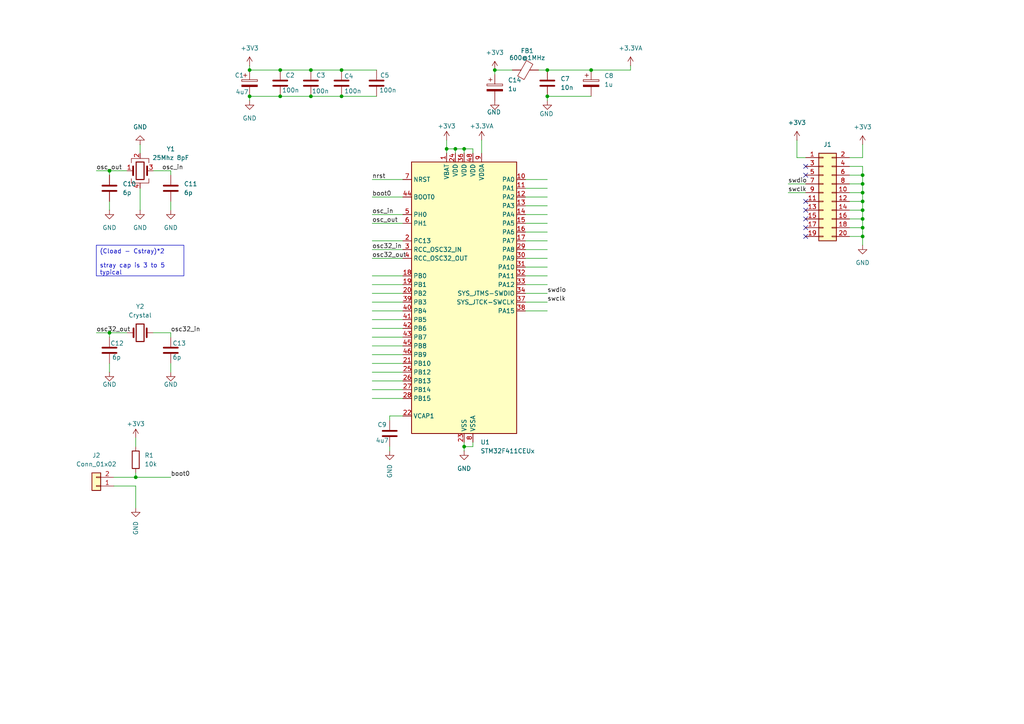
<source format=kicad_sch>
(kicad_sch (version 20231120) (generator "eeschema") (generator_version "8.0")
  (paper "A4")
  (lib_symbols
    (symbol "Connector_Generic:Conn_01x02" (pin_names (offset 1.016) hide)
      (property "Reference" "J" (at 0 2.54 0))
      (property "Value" "Conn_01x02" (at 0 -5.08 0))
      (symbol "Conn_01x02_1_1"
        (rectangle (start -1.27 -2.413) (end 0 -2.667) (stroke (width 0.1524)))
        (rectangle (start -1.27 0.127) (end 0 -0.127) (stroke (width 0.1524)))
        (rectangle (start -1.27 1.27) (end 1.27 -3.81) (stroke (width 0.254)) (fill (type background)))
        (pin passive line (at -5.08 0 0) (length 3.81) (name "Pin_1") (number "1"))
        (pin passive line (at -5.08 -2.54 0) (length 3.81) (name "Pin_2") (number "2"))
      )
    )
    (symbol "Connector_Generic:Conn_02x10_Odd_Even" (pin_names (offset 1.016) hide)
      (property "Reference" "J" (at 1.27 12.7 0))
      (property "Value" "Conn_02x10_Odd_Even" (at 1.27 -15.24 0))
      (symbol "Conn_02x10_Odd_Even_1_1"
        (rectangle (start -1.27 -12.573) (end 0 -12.827) (stroke (width 0.1524)))
        (rectangle (start -1.27 -10.033) (end 0 -10.287) (stroke (width 0.1524)))
        (rectangle (start -1.27 -7.493) (end 0 -7.747) (stroke (width 0.1524)))
        (rectangle (start -1.27 -4.953) (end 0 -5.207) (stroke (width 0.1524)))
        (rectangle (start -1.27 -2.413) (end 0 -2.667) (stroke (width 0.1524)))
        (rectangle (start -1.27 0.127) (end 0 -0.127) (stroke (width 0.1524)))
        (rectangle (start -1.27 2.667) (end 0 2.413) (stroke (width 0.1524)))
        (rectangle (start -1.27 5.207) (end 0 4.953) (stroke (width 0.1524)))
        (rectangle (start -1.27 7.747) (end 0 7.493) (stroke (width 0.1524)))
        (rectangle (start -1.27 10.287) (end 0 10.033) (stroke (width 0.1524)))
        (rectangle (start -1.27 11.43) (end 3.81 -13.97) (stroke (width 0.254)) (fill (type background)))
        (rectangle (start 3.81 -12.573) (end 2.54 -12.827) (stroke (width 0.1524)))
        (rectangle (start 3.81 -10.033) (end 2.54 -10.287) (stroke (width 0.1524)))
        (rectangle (start 3.81 -7.493) (end 2.54 -7.747) (stroke (width 0.1524)))
        (rectangle (start 3.81 -4.953) (end 2.54 -5.207) (stroke (width 0.1524)))
        (rectangle (start 3.81 -2.413) (end 2.54 -2.667) (stroke (width 0.1524)))
        (rectangle (start 3.81 0.127) (end 2.54 -0.127) (stroke (width 0.1524)))
        (rectangle (start 3.81 2.667) (end 2.54 2.413) (stroke (width 0.1524)))
        (rectangle (start 3.81 5.207) (end 2.54 4.953) (stroke (width 0.1524)))
        (rectangle (start 3.81 7.747) (end 2.54 7.493) (stroke (width 0.1524)))
        (rectangle (start 3.81 10.287) (end 2.54 10.033) (stroke (width 0.1524)))
        (pin passive line (at -5.08 10.16 0) (length 3.81) (name "Pin_1") (number "1"))
        (pin passive line (at 7.62 0 180) (length 3.81) (name "Pin_10") (number "10"))
        (pin passive line (at -5.08 -2.54 0) (length 3.81) (name "Pin_11") (number "11"))
        (pin passive line (at 7.62 -2.54 180) (length 3.81) (name "Pin_12") (number "12"))
        (pin passive line (at -5.08 -5.08 0) (length 3.81) (name "Pin_13") (number "13"))
        (pin passive line (at 7.62 -5.08 180) (length 3.81) (name "Pin_14") (number "14"))
        (pin passive line (at -5.08 -7.62 0) (length 3.81) (name "Pin_15") (number "15"))
        (pin passive line (at 7.62 -7.62 180) (length 3.81) (name "Pin_16") (number "16"))
        (pin passive line (at -5.08 -10.16 0) (length 3.81) (name "Pin_17") (number "17"))
        (pin passive line (at 7.62 -10.16 180) (length 3.81) (name "Pin_18") (number "18"))
        (pin passive line (at -5.08 -12.7 0) (length 3.81) (name "Pin_19") (number "19"))
        (pin passive line (at 7.62 10.16 180) (length 3.81) (name "Pin_2") (number "2"))
        (pin passive line (at 7.62 -12.7 180) (length 3.81) (name "Pin_20") (number "20"))
        (pin passive line (at -5.08 7.62 0) (length 3.81) (name "Pin_3") (number "3"))
        (pin passive line (at 7.62 7.62 180) (length 3.81) (name "Pin_4") (number "4"))
        (pin passive line (at -5.08 5.08 0) (length 3.81) (name "Pin_5") (number "5"))
        (pin passive line (at 7.62 5.08 180) (length 3.81) (name "Pin_6") (number "6"))
        (pin passive line (at -5.08 2.54 0) (length 3.81) (name "Pin_7") (number "7"))
        (pin passive line (at 7.62 2.54 180) (length 3.81) (name "Pin_8") (number "8"))
        (pin passive line (at -5.08 0 0) (length 3.81) (name "Pin_9") (number "9"))
      )
    )
    (symbol "Device:C" (pin_numbers hide) (pin_names (offset 0.254))
      (property "Reference" "C" (at 0.635 2.54 0))
      (property "Value" "C" (at 0.635 -2.54 0))
      (symbol "C_0_1"
        (polyline (pts (xy -2.032 -0.762) (xy 2.032 -0.762)) (stroke (width 0.508)))
        (polyline (pts (xy -2.032 0.762) (xy 2.032 0.762)) (stroke (width 0.508)))
      )
      (symbol "C_1_1"
        (pin passive line (at 0 3.81 270) (length 2.794) (name "~") (number "1"))
        (pin passive line (at 0 -3.81 90) (length 2.794) (name "~") (number "2"))
      )
    )
    (symbol "Device:C_Polarized" (pin_numbers hide) (pin_names (offset 0.254))
      (property "Reference" "C" (at 0.635 2.54 0))
      (property "Value" "C_Polarized" (at 0.635 -2.54 0))
      (symbol "C_Polarized_0_1"
        (rectangle (start -2.286 0.508) (end 2.286 1.016))
        (polyline (pts (xy -1.778 2.286) (xy -0.762 2.286)))
        (polyline (pts (xy -1.27 2.794) (xy -1.27 1.778)))
        (rectangle (start 2.286 -0.508) (end -2.286 -1.016) (fill (type outline)))
      )
      (symbol "C_Polarized_1_1"
        (pin passive line (at 0 3.81 270) (length 2.794) (name "~") (number "1"))
        (pin passive line (at 0 -3.81 90) (length 2.794) (name "~") (number "2"))
      )
    )
    (symbol "Device:Crystal" (pin_numbers hide) (pin_names (offset 1.016) hide)
      (property "Reference" "Y" (at 0 3.81 0))
      (property "Value" "Crystal" (at 0 -3.81 0))
      (symbol "Crystal_0_1"
        (rectangle (start -1.143 2.54) (end 1.143 -2.54) (stroke (width 0.3048)))
        (polyline (pts (xy -2.54 0) (xy -1.905 0)))
        (polyline (pts (xy -1.905 -1.27) (xy -1.905 1.27)) (stroke (width 0.508)))
        (polyline (pts (xy 1.905 -1.27) (xy 1.905 1.27)) (stroke (width 0.508)))
        (polyline (pts (xy 2.54 0) (xy 1.905 0)))
      )
      (symbol "Crystal_1_1"
        (pin passive line (at -3.81 0 0) (length 1.27) (name "1") (number "1"))
        (pin passive line (at 3.81 0 180) (length 1.27) (name "2") (number "2"))
      )
    )
    (symbol "Device:Crystal_GND24" (pin_names (offset 1.016) hide)
      (property "Reference" "Y" (at 3.175 5.08 0))
      (property "Value" "Crystal_GND24" (at 3.175 3.175 0))
      (symbol "Crystal_GND24_0_1"
        (rectangle (start -1.143 2.54) (end 1.143 -2.54) (stroke (width 0.3048)))
        (polyline (pts (xy -2.54 0) (xy -2.032 0)))
        (polyline (pts (xy -2.032 -1.27) (xy -2.032 1.27)) (stroke (width 0.508)))
        (polyline (pts (xy 0 -3.81) (xy 0 -3.556)))
        (polyline (pts (xy 0 3.556) (xy 0 3.81)))
        (polyline (pts (xy 2.032 -1.27) (xy 2.032 1.27)) (stroke (width 0.508)))
        (polyline (pts (xy 2.032 0) (xy 2.54 0)))
        (polyline (pts (xy -2.54 -2.286) (xy -2.54 -3.556) (xy 2.54 -3.556) (xy 2.54 -2.286)))
        (polyline (pts (xy -2.54 2.286) (xy -2.54 3.556) (xy 2.54 3.556) (xy 2.54 2.286)))
      )
      (symbol "Crystal_GND24_1_1"
        (pin passive line (at -3.81 0 0) (length 1.27) (name "1") (number "1"))
        (pin passive line (at 0 5.08 270) (length 1.27) (name "2") (number "2"))
        (pin passive line (at 3.81 0 180) (length 1.27) (name "3") (number "3"))
        (pin passive line (at 0 -5.08 90) (length 1.27) (name "4") (number "4"))
      )
    )
    (symbol "Device:FerriteBead" (pin_numbers hide) (pin_names (offset 0))
      (property "Reference" "FB" (at -3.81 0.635 90))
      (property "Value" "FerriteBead" (at 3.81 0 90))
      (symbol "FerriteBead_0_1"
        (polyline (pts (xy 0 -1.27) (xy 0 -1.2192)))
        (polyline (pts (xy 0 1.27) (xy 0 1.2954)))
        (polyline (pts (xy -2.7686 0.4064) (xy -1.7018 2.2606) (xy 2.7686 -0.3048) (xy 1.6764 -2.159) (xy -2.7686 0.4064)))
      )
      (symbol "FerriteBead_1_1"
        (pin passive line (at 0 3.81 270) (length 2.54) (name "~") (number "1"))
        (pin passive line (at 0 -3.81 90) (length 2.54) (name "~") (number "2"))
      )
    )
    (symbol "Device:R" (pin_numbers hide) (pin_names (offset 0))
      (property "Reference" "R" (at 2.032 0 90))
      (property "Value" "R" (at 0 0 90))
      (symbol "R_0_1"
        (rectangle (start -1.016 -2.54) (end 1.016 2.54) (stroke (width 0.254)))
      )
      (symbol "R_1_1"
        (pin passive line (at 0 3.81 270) (length 1.27) (name "~") (number "1"))
        (pin passive line (at 0 -3.81 90) (length 1.27) (name "~") (number "2"))
      )
    )
    (symbol "MCU_ST_STM32F4:STM32F411CEUx"
      (property "Reference" "U" (at -15.24 41.91 0))
      (property "Value" "STM32F411CEUx" (at 7.62 41.91 0))
      (symbol "STM32F411CEUx_0_1"
        (rectangle (start -15.24 -38.1) (end 15.24 40.64) (stroke (width 0.254)) (fill (type background)))
      )
      (symbol "STM32F411CEUx_1_1"
        (pin power_in line (at -5.08 43.18 270) (length 2.54) (name "VBAT") (number "1"))
        (pin bidirectional line (at 17.78 35.56 180) (length 2.54) (name "PA0") (number "10"))
        (pin bidirectional line (at 17.78 33.02 180) (length 2.54) (name "PA1") (number "11"))
        (pin bidirectional line (at 17.78 30.48 180) (length 2.54) (name "PA2") (number "12"))
        (pin bidirectional line (at 17.78 27.94 180) (length 2.54) (name "PA3") (number "13"))
        (pin bidirectional line (at 17.78 25.4 180) (length 2.54) (name "PA4") (number "14"))
        (pin bidirectional line (at 17.78 22.86 180) (length 2.54) (name "PA5") (number "15"))
        (pin bidirectional line (at 17.78 20.32 180) (length 2.54) (name "PA6") (number "16"))
        (pin bidirectional line (at 17.78 17.78 180) (length 2.54) (name "PA7") (number "17"))
        (pin bidirectional line (at -17.78 7.62 0) (length 2.54) (name "PB0") (number "18"))
        (pin bidirectional line (at -17.78 5.08 0) (length 2.54) (name "PB1") (number "19"))
        (pin bidirectional line (at -17.78 17.78 0) (length 2.54) (name "PC13") (number "2"))
        (pin bidirectional line (at -17.78 2.54 0) (length 2.54) (name "PB2") (number "20"))
        (pin bidirectional line (at -17.78 -17.78 0) (length 2.54) (name "PB10") (number "21"))
        (pin power_out line (at -17.78 -33.02 0) (length 2.54) (name "VCAP1") (number "22"))
        (pin power_in line (at 0 -40.64 90) (length 2.54) (name "VSS") (number "23"))
        (pin power_in line (at -2.54 43.18 270) (length 2.54) (name "VDD") (number "24"))
        (pin bidirectional line (at -17.78 -20.32 0) (length 2.54) (name "PB12") (number "25"))
        (pin bidirectional line (at -17.78 -22.86 0) (length 2.54) (name "PB13") (number "26"))
        (pin bidirectional line (at -17.78 -25.4 0) (length 2.54) (name "PB14") (number "27"))
        (pin bidirectional line (at -17.78 -27.94 0) (length 2.54) (name "PB15") (number "28"))
        (pin bidirectional line (at 17.78 15.24 180) (length 2.54) (name "PA8") (number "29"))
        (pin bidirectional line (at -17.78 15.24 0) (length 2.54) (name "PC14") (number "3") (alternate "RCC_OSC32_IN" bidirectional line))
        (pin bidirectional line (at 17.78 12.7 180) (length 2.54) (name "PA9") (number "30"))
        (pin bidirectional line (at 17.78 10.16 180) (length 2.54) (name "PA10") (number "31"))
        (pin bidirectional line (at 17.78 7.62 180) (length 2.54) (name "PA11") (number "32"))
        (pin bidirectional line (at 17.78 5.08 180) (length 2.54) (name "PA12") (number "33"))
        (pin bidirectional line (at 17.78 2.54 180) (length 2.54) (name "PA13") (number "34") (alternate "SYS_JTMS-SWDIO" bidirectional line))
        (pin passive line (at 0 -40.64 90) (length 2.54) hide (name "VSS") (number "35"))
        (pin power_in line (at 0 43.18 270) (length 2.54) (name "VDD") (number "36"))
        (pin bidirectional line (at 17.78 0 180) (length 2.54) (name "PA14") (number "37") (alternate "SYS_JTCK-SWCLK" bidirectional line))
        (pin bidirectional line (at 17.78 -2.54 180) (length 2.54) (name "PA15") (number "38"))
        (pin bidirectional line (at -17.78 0 0) (length 2.54) (name "PB3") (number "39"))
        (pin bidirectional line (at -17.78 12.7 0) (length 2.54) (name "PC15") (number "4") (alternate "RCC_OSC32_OUT" bidirectional line))
        (pin bidirectional line (at -17.78 -2.54 0) (length 2.54) (name "PB4") (number "40"))
        (pin bidirectional line (at -17.78 -5.08 0) (length 2.54) (name "PB5") (number "41"))
        (pin bidirectional line (at -17.78 -7.62 0) (length 2.54) (name "PB6") (number "42"))
        (pin bidirectional line (at -17.78 -10.16 0) (length 2.54) (name "PB7") (number "43"))
        (pin input line (at -17.78 30.48 0) (length 2.54) (name "BOOT0") (number "44"))
        (pin bidirectional line (at -17.78 -12.7 0) (length 2.54) (name "PB8") (number "45"))
        (pin bidirectional line (at -17.78 -15.24 0) (length 2.54) (name "PB9") (number "46"))
        (pin passive line (at 0 -40.64 90) (length 2.54) hide (name "VSS") (number "47"))
        (pin power_in line (at 2.54 43.18 270) (length 2.54) (name "VDD") (number "48"))
        (pin passive line (at 0 -40.64 90) (length 2.54) hide (name "VSS") (number "49"))
        (pin bidirectional line (at -17.78 25.4 0) (length 2.54) (name "PH0") (number "5"))
        (pin bidirectional line (at -17.78 22.86 0) (length 2.54) (name "PH1") (number "6"))
        (pin input line (at -17.78 35.56 0) (length 2.54) (name "NRST") (number "7"))
        (pin power_in line (at 2.54 -40.64 90) (length 2.54) (name "VSSA") (number "8"))
        (pin power_in line (at 5.08 43.18 270) (length 2.54) (name "VDDA") (number "9"))
      )
    )
    (symbol "power:+3.3VA" (power) (pin_numbers hide) (pin_names (offset 0) hide)
      (property "Value" "+3.3VA" (at 0 3.556 0))
      (symbol "+3.3VA_0_1"
        (polyline (pts (xy -0.762 1.27) (xy 0 2.54)))
        (polyline (pts (xy 0 0) (xy 0 2.54)))
        (polyline (pts (xy 0 2.54) (xy 0.762 1.27)))
      )
      (symbol "+3.3VA_1_1"
        (pin power_in line (at 0 0 90) (length 0) (name "~") (number "1"))
      )
    )
    (symbol "power:+3V3" (power) (pin_numbers hide) (pin_names (offset 0) hide)
      (property "Value" "+3V3" (at 0 3.556 0))
      (symbol "+3V3_0_1"
        (polyline (pts (xy -0.762 1.27) (xy 0 2.54)))
        (polyline (pts (xy 0 0) (xy 0 2.54)))
        (polyline (pts (xy 0 2.54) (xy 0.762 1.27)))
      )
      (symbol "+3V3_1_1"
        (pin power_in line (at 0 0 90) (length 0) (name "~") (number "1"))
      )
    )
    (symbol "power:GND" (power) (pin_numbers hide) (pin_names (offset 0) hide)
      (property "Value" "GND" (at 0 -3.81 0))
      (symbol "GND_0_1"
        (polyline (pts (xy 0 0) (xy 0 -1.27) (xy 1.27 -1.27) (xy 0 -2.54) (xy -1.27 -1.27) (xy 0 -1.27)))
      )
      (symbol "GND_1_1"
        (pin power_in line (at 0 0 270) (length 0) (name "~") (number "1"))
      )
    )
  )
  (junction (at 250.19 53.34))
  (junction (at 132.08 43.18))
  (junction (at 31.75 49.53))
  (junction (at 72.39 27.94))
  (junction (at 99.06 27.94))
  (junction (at 250.19 66.04))
  (junction (at 134.62 129.54))
  (junction (at 31.75 96.52))
  (junction (at 99.06 20.32))
  (junction (at 90.17 27.94))
  (junction (at 250.19 55.88))
  (junction (at 72.39 20.32))
  (junction (at 171.45 20.32))
  (junction (at 90.17 20.32))
  (junction (at 250.19 68.58))
  (junction (at 81.28 20.32))
  (junction (at 250.19 63.5))
  (junction (at 158.75 20.32))
  (junction (at 81.28 27.94))
  (junction (at 129.54 43.18))
  (junction (at 134.62 43.18))
  (junction (at 250.19 58.42))
  (junction (at 250.19 50.8))
  (junction (at 39.37 138.43))
  (junction (at 158.75 27.94))
  (junction (at 250.19 60.96))
  (junction (at 143.51 20.32))
  (no_connect (at 233.68 48.26))
  (no_connect (at 233.68 50.8))
  (no_connect (at 233.68 58.42))
  (no_connect (at 233.68 63.5))
  (no_connect (at 233.68 60.96))
  (no_connect (at 233.68 68.58))
  (no_connect (at 233.68 66.04))
  (wire (pts (xy 107.95 113.03) (xy 116.84 113.03)))
  (wire (pts (xy 132.08 43.18) (xy 132.08 44.45)))
  (wire (pts (xy 134.62 43.18) (xy 137.16 43.18)))
  (wire (pts (xy 156.21 20.32) (xy 158.75 20.32)))
  (wire (pts (xy 246.38 66.04) (xy 250.19 66.04)))
  (wire (pts (xy 158.75 27.94) (xy 171.45 27.94)))
  (wire (pts (xy 246.38 68.58) (xy 250.19 68.58)))
  (wire (pts (xy 107.95 80.01) (xy 116.84 80.01)))
  (wire (pts (xy 129.54 43.18) (xy 132.08 43.18)))
  (wire (pts (xy 31.75 105.41) (xy 31.75 107.95)))
  (wire (pts (xy 152.4 64.77) (xy 158.75 64.77)))
  (wire (pts (xy 137.16 129.54) (xy 137.16 128.27)))
  (wire (pts (xy 246.38 55.88) (xy 250.19 55.88)))
  (wire (pts (xy 246.38 58.42) (xy 250.19 58.42)))
  (wire (pts (xy 107.95 102.87) (xy 116.84 102.87)))
  (wire (pts (xy 134.62 129.54) (xy 134.62 130.81)))
  (wire (pts (xy 246.38 48.26) (xy 250.19 48.26)))
  (wire (pts (xy 27.94 96.52) (xy 31.75 96.52)))
  (wire (pts (xy 116.84 120.65) (xy 113.03 120.65)))
  (wire (pts (xy 132.08 43.18) (xy 134.62 43.18)))
  (wire (pts (xy 107.95 85.09) (xy 116.84 85.09)))
  (wire (pts (xy 72.39 27.94) (xy 81.28 27.94)))
  (wire (pts (xy 107.95 110.49) (xy 116.84 110.49)))
  (wire (pts (xy 81.28 20.32) (xy 90.17 20.32)))
  (wire (pts (xy 152.4 77.47) (xy 158.75 77.47)))
  (wire (pts (xy 250.19 68.58) (xy 250.19 71.12)))
  (wire (pts (xy 107.95 107.95) (xy 116.84 107.95)))
  (wire (pts (xy 158.75 27.94) (xy 158.75 29.21)))
  (wire (pts (xy 152.4 90.17) (xy 158.75 90.17)))
  (wire (pts (xy 72.39 19.05) (xy 72.39 20.32)))
  (wire (pts (xy 33.02 140.97) (xy 39.37 140.97)))
  (wire (pts (xy 250.19 60.96) (xy 250.19 63.5)))
  (wire (pts (xy 143.51 20.32) (xy 143.51 21.59)))
  (wire (pts (xy 49.53 58.42) (xy 49.53 60.96)))
  (wire (pts (xy 72.39 20.32) (xy 81.28 20.32)))
  (wire (pts (xy 113.03 120.65) (xy 113.03 121.92)))
  (wire (pts (xy 250.19 66.04) (xy 250.19 68.58)))
  (wire (pts (xy 107.95 90.17) (xy 116.84 90.17)))
  (wire (pts (xy 33.02 138.43) (xy 39.37 138.43)))
  (wire (pts (xy 81.28 27.94) (xy 90.17 27.94)))
  (wire (pts (xy 250.19 41.91) (xy 250.19 45.72)))
  (wire (pts (xy 107.95 92.71) (xy 116.84 92.71)))
  (wire (pts (xy 152.4 54.61) (xy 158.75 54.61)))
  (wire (pts (xy 228.6 55.88) (xy 233.68 55.88)))
  (wire (pts (xy 107.95 95.25) (xy 116.84 95.25)))
  (wire (pts (xy 90.17 20.32) (xy 99.06 20.32)))
  (wire (pts (xy 107.95 115.57) (xy 116.84 115.57)))
  (wire (pts (xy 129.54 40.64) (xy 129.54 43.18)))
  (wire (pts (xy 152.4 80.01) (xy 158.75 80.01)))
  (wire (pts (xy 231.14 45.72) (xy 233.68 45.72)))
  (wire (pts (xy 152.4 59.69) (xy 158.75 59.69)))
  (wire (pts (xy 113.03 130.81) (xy 113.03 129.54)))
  (wire (pts (xy 246.38 50.8) (xy 250.19 50.8)))
  (wire (pts (xy 246.38 60.96) (xy 250.19 60.96)))
  (wire (pts (xy 152.4 69.85) (xy 158.75 69.85)))
  (wire (pts (xy 137.16 43.18) (xy 137.16 44.45)))
  (wire (pts (xy 107.95 100.33) (xy 116.84 100.33)))
  (wire (pts (xy 107.95 97.79) (xy 116.84 97.79)))
  (wire (pts (xy 99.06 20.32) (xy 109.22 20.32)))
  (wire (pts (xy 143.51 20.32) (xy 148.59 20.32)))
  (wire (pts (xy 107.95 105.41) (xy 116.84 105.41)))
  (wire (pts (xy 250.19 48.26) (xy 250.19 50.8)))
  (wire (pts (xy 152.4 57.15) (xy 158.75 57.15)))
  (wire (pts (xy 134.62 128.27) (xy 134.62 129.54)))
  (wire (pts (xy 107.95 57.15) (xy 116.84 57.15)))
  (wire (pts (xy 49.53 105.41) (xy 49.53 107.95)))
  (wire (pts (xy 99.06 27.94) (xy 109.22 27.94)))
  (wire (pts (xy 250.19 55.88) (xy 250.19 58.42)))
  (wire (pts (xy 231.14 40.64) (xy 231.14 45.72)))
  (wire (pts (xy 152.4 82.55) (xy 158.75 82.55)))
  (wire (pts (xy 152.4 52.07) (xy 158.75 52.07)))
  (wire (pts (xy 246.38 63.5) (xy 250.19 63.5)))
  (wire (pts (xy 90.17 27.94) (xy 99.06 27.94)))
  (wire (pts (xy 39.37 138.43) (xy 49.53 138.43)))
  (wire (pts (xy 107.95 69.85) (xy 116.84 69.85)))
  (wire (pts (xy 44.45 96.52) (xy 49.53 96.52)))
  (wire (pts (xy 228.6 53.34) (xy 233.68 53.34)))
  (wire (pts (xy 107.95 64.77) (xy 116.84 64.77)))
  (wire (pts (xy 107.95 82.55) (xy 116.84 82.55)))
  (wire (pts (xy 129.54 43.18) (xy 129.54 44.45)))
  (wire (pts (xy 44.45 49.53) (xy 49.53 49.53)))
  (wire (pts (xy 31.75 97.79) (xy 31.75 96.52)))
  (wire (pts (xy 49.53 96.52) (xy 49.53 97.79)))
  (wire (pts (xy 107.95 52.07) (xy 116.84 52.07)))
  (wire (pts (xy 31.75 58.42) (xy 31.75 60.96)))
  (wire (pts (xy 31.75 50.8) (xy 31.75 49.53)))
  (wire (pts (xy 40.64 54.61) (xy 40.64 60.96)))
  (wire (pts (xy 39.37 140.97) (xy 39.37 147.32)))
  (wire (pts (xy 49.53 49.53) (xy 49.53 50.8)))
  (wire (pts (xy 250.19 50.8) (xy 250.19 53.34)))
  (wire (pts (xy 152.4 72.39) (xy 158.75 72.39)))
  (wire (pts (xy 107.95 87.63) (xy 116.84 87.63)))
  (wire (pts (xy 158.75 20.32) (xy 171.45 20.32)))
  (wire (pts (xy 31.75 49.53) (xy 36.83 49.53)))
  (wire (pts (xy 152.4 62.23) (xy 158.75 62.23)))
  (wire (pts (xy 107.95 72.39) (xy 116.84 72.39)))
  (wire (pts (xy 250.19 45.72) (xy 246.38 45.72)))
  (wire (pts (xy 152.4 67.31) (xy 158.75 67.31)))
  (wire (pts (xy 152.4 85.09) (xy 158.75 85.09)))
  (wire (pts (xy 39.37 137.16) (xy 39.37 138.43)))
  (wire (pts (xy 31.75 96.52) (xy 36.83 96.52)))
  (wire (pts (xy 107.95 62.23) (xy 116.84 62.23)))
  (wire (pts (xy 152.4 87.63) (xy 158.75 87.63)))
  (wire (pts (xy 40.64 41.91) (xy 40.64 44.45)))
  (wire (pts (xy 246.38 53.34) (xy 250.19 53.34)))
  (wire (pts (xy 182.88 20.32) (xy 171.45 20.32)))
  (wire (pts (xy 182.88 19.05) (xy 182.88 20.32)))
  (wire (pts (xy 134.62 43.18) (xy 134.62 44.45)))
  (wire (pts (xy 250.19 53.34) (xy 250.19 55.88)))
  (wire (pts (xy 134.62 129.54) (xy 137.16 129.54)))
  (wire (pts (xy 107.95 74.93) (xy 116.84 74.93)))
  (wire (pts (xy 152.4 74.93) (xy 158.75 74.93)))
  (wire (pts (xy 27.94 49.53) (xy 31.75 49.53)))
  (wire (pts (xy 250.19 58.42) (xy 250.19 60.96)))
  (wire (pts (xy 72.39 27.94) (xy 72.39 29.21)))
  (wire (pts (xy 139.7 44.45) (xy 139.7 40.64)))
  (wire (pts (xy 250.19 63.5) (xy 250.19 66.04)))
  (wire (pts (xy 39.37 127) (xy 39.37 129.54)))
  (text_box "(Cload - Cstray)*2\n\nstray cap is 3 to 5 typical\n" (at 27.94 71.12 0) (size 25.4 8.89) (effects (font (size 1.27 1.27)) (justify left top)))
  (label "swdio" (at 228.6 53.34 0))
  (label "swdio" (at 158.75 85.09 0))
  (label "boot0" (at 49.53 138.43 0))
  (label "swclk" (at 228.6 55.88 0))
  (label "osc_in" (at 46.99 49.53 0))
  (label "swclk" (at 158.75 87.63 0))
  (label "osc32_out" (at 107.95 74.93 0))
  (label "osc32_in" (at 49.53 96.52 0))
  (label "osc_in" (at 107.95 62.23 0))
  (label "osc32_in" (at 107.95 72.39 0))
  (label "nrst" (at 107.95 52.07 0))
  (label "osc_out" (at 27.94 49.53 0))
  (label "boot0" (at 107.95 57.15 0))
  (label "osc32_out" (at 27.94 96.52 0))
  (label "osc_out" (at 107.95 64.77 0))
  (symbol (lib_id "power:GND") (at 49.53 107.95 0) (unit 1)
    (property "Reference" "#PWR017" (effects (hide yes)))
    (property "Value" "GND" (at 49.53 111.506 0))
    (property "Description" "Power symbol creates a global label with name \"GND\" , ground" (effects (hide yes)))
  )
  (symbol (lib_id "power:GND") (at 31.75 107.95 0) (unit 1)
    (property "Reference" "#PWR016" (effects (hide yes)))
    (property "Value" "GND" (at 31.75 111.506 0))
    (property "Description" "Power symbol creates a global label with name \"GND\" , ground" (effects (hide yes)))
  )
  (symbol (lib_id "power:GND") (at 143.51 29.21 0) (unit 1)
    (property "Reference" "#PWR019" (effects (hide yes)))
    (property "Value" "GND" (at 143.256 32.512 0))
    (property "Description" "Power symbol creates a global label with name \"GND\" , ground" (effects (hide yes)))
  )
  (symbol (lib_id "power:GND") (at 158.75 29.21 0) (unit 1)
    (property "Reference" "#PWR03" (effects (hide yes)))
    (property "Value" "GND" (at 158.496 33.02 0))
    (property "Description" "Power symbol creates a global label with name \"GND\" , ground" (effects (hide yes)))
  )
  (symbol (lib_id "Connector_Generic:Conn_01x02") (at 27.94 140.97 180) (unit 1)
    (property "Reference" "J2" (at 27.94 132.08 0))
    (property "Value" "Conn_01x02" (at 27.94 134.62 0))
    (property "Footprint" "Connector_PinHeader_2.54mm:PinHeader_1x02_P2.54mm_Vertical" (effects (hide yes)))
    (property "Description" "Generic connector, single row, 01x02, script generated (kicad-library-utils/schlib/autogen/connector/)" (effects (hide yes)))
  )
  (symbol (lib_id "Device:Crystal") (at 40.64 96.52 0) (unit 1)
    (property "Reference" "Y2" (at 40.64 88.9 0))
    (property "Value" "Crystal" (at 40.64 91.44 0))
    (property "Footprint" "Crystal:Crystal_SMD_3215-2Pin_3.2x1.5mm" (effects (hide yes)))
    (property "Description" "Two pin crystal" (effects (hide yes)))
  )
  (symbol (lib_id "Device:C_Polarized") (at 171.45 24.13 0) (unit 1)
    (property "Reference" "C8" (at 175.26 21.9709 0) (effects (justify left)))
    (property "Value" "1u" (at 175.26 24.5109 0) (effects (justify left)))
    (property "Footprint" "Capacitor_SMD:C_0603_1608Metric" (effects (hide yes)))
    (property "Description" "Polarized capacitor" (effects (hide yes)))
  )
  (symbol (lib_id "power:GND") (at 113.03 130.81 0) (unit 1)
    (property "Reference" "#PWR06" (effects (hide yes)))
    (property "Value" "GND" (at 113.0299 134.62 90) (effects (justify right)))
    (property "Description" "Power symbol creates a global label with name \"GND\" , ground" (effects (hide yes)))
  )
  (symbol (lib_id "power:GND") (at 72.39 29.21 0) (unit 1)
    (property "Reference" "#PWR09" (effects (hide yes)))
    (property "Value" "GND" (at 72.39 34.29 0))
    (property "Description" "Power symbol creates a global label with name \"GND\" , ground" (effects (hide yes)))
  )
  (symbol (lib_id "power:GND") (at 134.62 130.81 0) (unit 1)
    (property "Reference" "#PWR07" (effects (hide yes)))
    (property "Value" "GND" (at 134.62 135.89 0))
    (property "Description" "Power symbol creates a global label with name \"GND\" , ground" (effects (hide yes)))
  )
  (symbol (lib_id "Device:R") (at 39.37 133.35 0) (unit 1)
    (property "Reference" "R1" (at 41.91 132.0799 0) (effects (justify left)))
    (property "Value" "10k" (at 41.91 134.6199 0) (effects (justify left)))
    (property "Footprint" "Resistor_SMD:R_0805_2012Metric" (effects (hide yes)))
    (property "Description" "Resistor" (effects (hide yes)))
  )
  (symbol (lib_id "Device:C") (at 90.17 24.13 0) (unit 1)
    (property "Reference" "C3" (at 91.694 21.844 0) (effects (justify left)))
    (property "Value" "100n" (at 90.424 26.416 0) (effects (justify left)))
    (property "Footprint" "Capacitor_SMD:C_0603_1608Metric" (effects (hide yes)))
    (property "Description" "Unpolarized capacitor" (effects (hide yes)))
  )
  (symbol (lib_id "power:+3V3") (at 72.39 19.05 0) (unit 1)
    (property "Reference" "#PWR08" (effects (hide yes)))
    (property "Value" "+3V3" (at 72.39 13.97 0))
    (property "Description" "Power symbol creates a global label with name \"+3V3\"" (effects (hide yes)))
  )
  (symbol (lib_id "Device:C") (at 81.28 24.13 0) (unit 1)
    (property "Reference" "C2" (at 82.804 21.844 0) (effects (justify left)))
    (property "Value" "100n" (at 81.788 26.162 0) (effects (justify left)))
    (property "Footprint" "Capacitor_SMD:C_0603_1608Metric" (effects (hide yes)))
    (property "Description" "Unpolarized capacitor" (effects (hide yes)))
  )
  (symbol (lib_id "MCU_ST_STM32F4:STM32F411CEUx") (at 134.62 87.63 0) (unit 1)
    (property "Reference" "U1" (at 139.3541 128.27 0) (effects (justify left)))
    (property "Value" "STM32F411CEUx" (at 139.3541 130.81 0) (effects (justify left)))
    (property "Footprint" "Package_DFN_QFN:QFN-48-1EP_7x7mm_P0.5mm_EP5.6x5.6mm" (effects (hide yes)))
    (property "Datasheet" "https://www.st.com/resource/en/datasheet/stm32f411ce.pdf" (effects (hide yes)))
    (property "Description" "STMicroelectronics Arm Cortex-M4 MCU, 512KB flash, 128KB RAM, 100 MHz, 1.7-3.6V, 36 GPIO, UFQFPN48" (effects (hide yes)))
    (pin "34" (alternate "SYS_JTMS-SWDIO"))
    (pin "4" (alternate "RCC_OSC32_OUT"))
    (pin "3" (alternate "RCC_OSC32_IN"))
    (pin "37" (alternate "SYS_JTCK-SWCLK"))
  )
  (symbol (lib_id "Device:C") (at 99.06 24.13 0) (unit 1)
    (property "Reference" "C4" (at 99.822 22.098 0) (effects (justify left)))
    (property "Value" "100n" (at 99.822 26.416 0) (effects (justify left)))
    (property "Footprint" "Capacitor_SMD:C_0603_1608Metric" (effects (hide yes)))
    (property "Description" "Unpolarized capacitor" (effects (hide yes)))
  )
  (symbol (lib_id "power:GND") (at 40.64 60.96 0) (unit 1)
    (property "Reference" "#PWR012" (effects (hide yes)))
    (property "Value" "GND" (at 40.64 66.04 0))
    (property "Description" "Power symbol creates a global label with name \"GND\" , ground" (effects (hide yes)))
  )
  (symbol (lib_id "power:+3V3") (at 143.51 20.32 0) (unit 1)
    (property "Reference" "#PWR02" (effects (hide yes)))
    (property "Value" "+3V3" (at 143.51 15.24 0))
    (property "Description" "Power symbol creates a global label with name \"+3V3\"" (effects (hide yes)))
  )
  (symbol (lib_id "Device:Crystal_GND24") (at 40.64 49.53 0) (unit 1)
    (property "Reference" "Y1" (at 49.53 43.2114 0))
    (property "Value" "25Mhz 8pF" (at 49.53 45.7514 0))
    (property "Footprint" "Crystal:Crystal_SMD_3225-4Pin_3.2x2.5mm" (effects (hide yes)))
    (property "Description" "Four pin crystal, GND on pins 2 and 4" (effects (hide yes)))
  )
  (symbol (lib_id "Connector_Generic:Conn_02x10_Odd_Even") (at 238.76 55.88 0) (unit 1)
    (property "Reference" "J1" (at 240.03 41.91 0))
    (property "Value" "Conn_02x10_Odd_Even" (effects (hide yes)))
    (property "Footprint" "Connector_IDC:IDC-Header_2x10_P2.54mm_Vertical" (effects (hide yes)))
    (property "Description" "Generic connector, double row, 02x10, odd/even pin numbering scheme (row 1 odd numbers, row 2 even numbers), script generated (kicad-library-utils/schlib/autogen/connector/)" (effects (hide yes)))
  )
  (symbol (lib_id "power:+3.3VA") (at 182.88 19.05 0) (unit 1)
    (property "Reference" "#PWR01" (effects (hide yes)))
    (property "Value" "+3.3VA" (at 182.88 13.97 0))
    (property "Description" "Power symbol creates a global label with name \"+3.3VA\"" (effects (hide yes)))
  )
  (symbol (lib_id "power:+3V3") (at 39.37 127 0) (unit 1)
    (property "Reference" "#PWR022" (effects (hide yes)))
    (property "Value" "+3V3" (at 39.37 122.936 0))
    (property "Description" "Power symbol creates a global label with name \"+3V3\"" (effects (hide yes)))
  )
  (symbol (lib_id "power:GND") (at 39.37 147.32 0) (unit 1)
    (property "Reference" "#PWR023" (effects (hide yes)))
    (property "Value" "GND" (at 39.3699 151.13 90) (effects (justify right)))
    (property "Description" "Power symbol creates a global label with name \"GND\" , ground" (effects (hide yes)))
  )
  (symbol (lib_id "Device:C") (at 49.53 101.6 0) (unit 1)
    (property "Reference" "C13" (at 50.038 99.568 0) (effects (justify left)))
    (property "Value" "6p" (at 50.038 103.632 0) (effects (justify left)))
    (property "Footprint" "Capacitor_SMD:C_0603_1608Metric" (effects (hide yes)))
    (property "Description" "Unpolarized capacitor" (effects (hide yes)))
  )
  (symbol (lib_id "Device:C") (at 49.53 54.61 0) (unit 1)
    (property "Reference" "C11" (at 53.34 53.3399 0) (effects (justify left)))
    (property "Value" "6p" (at 53.34 55.8799 0) (effects (justify left)))
    (property "Footprint" "Capacitor_SMD:C_0603_1608Metric" (effects (hide yes)))
    (property "Description" "Unpolarized capacitor" (effects (hide yes)))
  )
  (symbol (lib_id "Device:C") (at 113.03 125.73 180) (unit 1)
    (property "Reference" "C9" (at 109.474 123.19 0) (effects (justify right)))
    (property "Value" "4u7" (at 108.966 127.762 0) (effects (justify right)))
    (property "Footprint" "Capacitor_SMD:C_0603_1608Metric" (effects (hide yes)))
    (property "Description" "Unpolarized capacitor" (effects (hide yes)))
  )
  (symbol (lib_id "Device:C") (at 31.75 54.61 0) (unit 1)
    (property "Reference" "C10" (at 35.56 53.3399 0) (effects (justify left)))
    (property "Value" "6p" (at 35.56 55.8799 0) (effects (justify left)))
    (property "Footprint" "Capacitor_SMD:C_0603_1608Metric" (effects (hide yes)))
    (property "Description" "Unpolarized capacitor" (effects (hide yes)))
  )
  (symbol (lib_id "Device:FerriteBead") (at 152.4 20.32 90) (unit 1)
    (property "Reference" "FB1" (at 152.908 14.732 90))
    (property "Value" "600@1MHz" (at 152.908 16.764 90))
    (property "Footprint" "Fuse:Fuse_0603_1608Metric_Pad1.05x0.95mm_HandSolder" (effects (hide yes)))
    (property "Datasheet" "https://mm.digikey.com/Volume0/opasdata/d220001/medias/docus/6383/FCM%20Series.pdf" (effects (hide yes)))
    (property "Description" "Ferrite bead" (effects (hide yes)))
    (property "fab nr" "FCM 1608KF-601T03" (effects (hide yes)))
  )
  (symbol (lib_id "power:+3V3") (at 231.14 40.64 0) (unit 1)
    (property "Reference" "#PWR018" (effects (hide yes)))
    (property "Value" "+3V3" (at 231.14 35.56 0))
    (property "Description" "Power symbol creates a global label with name \"+3V3\"" (effects (hide yes)))
  )
  (symbol (lib_id "Device:C") (at 109.22 24.13 0) (unit 1)
    (property "Reference" "C5" (at 110.236 21.844 0) (effects (justify left)))
    (property "Value" "100n" (at 109.982 26.162 0) (effects (justify left)))
    (property "Footprint" "Capacitor_SMD:C_0603_1608Metric" (effects (hide yes)))
    (property "Description" "Unpolarized capacitor" (effects (hide yes)))
  )
  (symbol (lib_id "power:+3.3VA") (at 139.7 40.64 0) (unit 1)
    (property "Reference" "#PWR04" (effects (hide yes)))
    (property "Value" "+3.3VA" (at 139.7 36.576 0))
    (property "Description" "Power symbol creates a global label with name \"+3.3VA\"" (effects (hide yes)))
  )
  (symbol (lib_id "Device:C") (at 158.75 24.13 0) (unit 1)
    (property "Reference" "C7" (at 162.56 22.8599 0) (effects (justify left)))
    (property "Value" "10n" (at 162.56 25.3999 0) (effects (justify left)))
    (property "Footprint" "Capacitor_SMD:C_0603_1608Metric" (effects (hide yes)))
    (property "Description" "Unpolarized capacitor" (effects (hide yes)))
  )
  (symbol (lib_id "power:GND") (at 40.64 41.91 180) (unit 1)
    (property "Reference" "#PWR010" (effects (hide yes)))
    (property "Value" "GND" (at 40.64 36.83 0))
    (property "Description" "Power symbol creates a global label with name \"GND\" , ground" (effects (hide yes)))
  )
  (symbol (lib_id "Device:C_Polarized") (at 72.39 24.13 0) (unit 1)
    (property "Reference" "C1" (at 68.072 21.844 0) (effects (justify left)))
    (property "Value" "4u7" (at 68.326 26.67 0) (effects (justify left)))
    (property "Footprint" "Capacitor_SMD:C_0603_1608Metric" (effects (hide yes)))
    (property "Description" "Polarized capacitor" (effects (hide yes)))
  )
  (symbol (lib_id "power:GND") (at 31.75 60.96 0) (unit 1)
    (property "Reference" "#PWR020" (effects (hide yes)))
    (property "Value" "GND" (at 31.75 66.04 0))
    (property "Description" "Power symbol creates a global label with name \"GND\" , ground" (effects (hide yes)))
  )
  (symbol (lib_id "power:+3V3") (at 129.54 40.64 0) (unit 1)
    (property "Reference" "#PWR05" (effects (hide yes)))
    (property "Value" "+3V3" (at 129.54 36.576 0))
    (property "Description" "Power symbol creates a global label with name \"+3V3\"" (effects (hide yes)))
  )
  (symbol (lib_id "power:+3V3") (at 250.19 41.91 0) (unit 1)
    (property "Reference" "#PWR014" (effects (hide yes)))
    (property "Value" "+3V3" (at 250.19 36.83 0))
    (property "Description" "Power symbol creates a global label with name \"+3V3\"" (effects (hide yes)))
  )
  (symbol (lib_id "power:GND") (at 49.53 60.96 0) (unit 1)
    (property "Reference" "#PWR011" (effects (hide yes)))
    (property "Value" "GND" (at 49.53 66.04 0))
    (property "Description" "Power symbol creates a global label with name \"GND\" , ground" (effects (hide yes)))
  )
  (symbol (lib_id "power:GND") (at 250.19 71.12 0) (unit 1)
    (property "Reference" "#PWR013" (effects (hide yes)))
    (property "Value" "GND" (at 250.19 76.2 0))
    (property "Description" "Power symbol creates a global label with name \"GND\" , ground" (effects (hide yes)))
  )
  (symbol (lib_id "Device:C_Polarized") (at 143.51 25.4 0) (unit 1)
    (property "Reference" "C14" (at 147.32 23.2409 0) (effects (justify left)))
    (property "Value" "1u" (at 147.32 25.7809 0) (effects (justify left)))
    (property "Footprint" "Capacitor_SMD:C_0603_1608Metric" (effects (hide yes)))
    (property "Description" "Polarized capacitor" (effects (hide yes)))
  )
  (symbol (lib_id "Device:C") (at 31.75 101.6 0) (unit 1)
    (property "Reference" "C12" (at 32.004 99.568 0) (effects (justify left)))
    (property "Value" "6p" (at 32.512 103.632 0) (effects (justify left)))
    (property "Footprint" "Capacitor_SMD:C_0603_1608Metric" (effects (hide yes)))
    (property "Description" "Unpolarized capacitor" (effects (hide yes)))
  )
)
</source>
